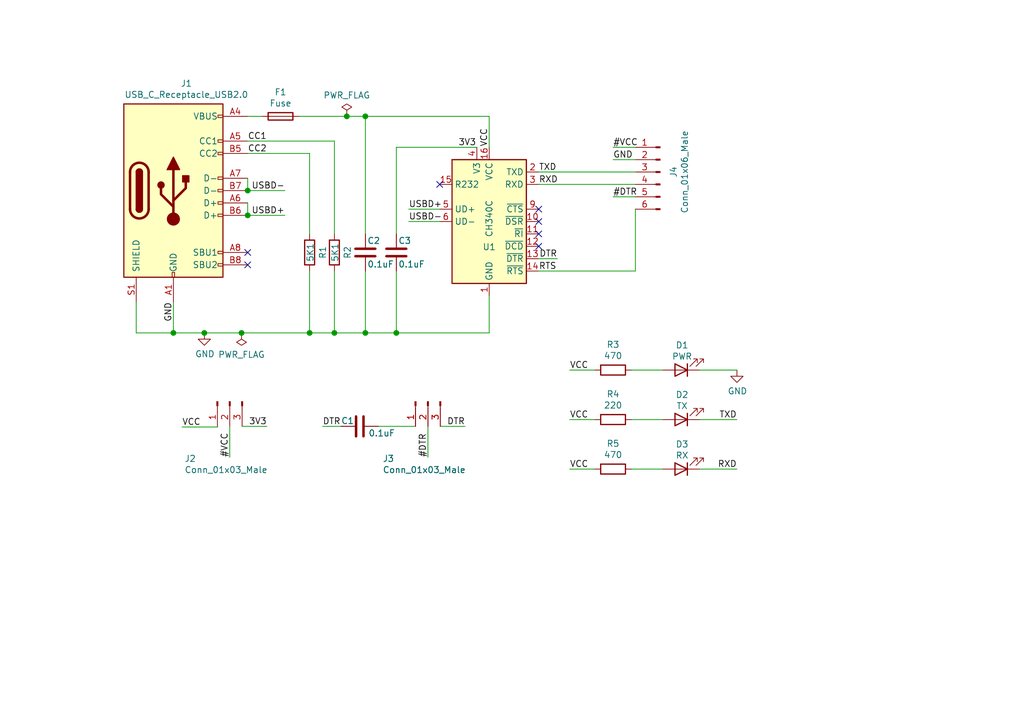
<source format=kicad_sch>
(kicad_sch (version 20201015) (generator eeschema)
  (paper "A5")
  (title_block (title "USB-TypeC USB2TTL CH340C") (date "2020-12-16") (rev "1.0") (company "JimmyTian"))
  (lib_symbols
    (symbol "Connector:Conn_01x03_Male" (pin_names (offset 1.016) hide)
      (property "Reference" "J" (at 0 5.08 0))
      (property "Value" "Conn_01x03_Male" (at 0 -5.08 0))
      (symbol "Conn_01x03_Male_1_1"
        (rectangle (start 0.8636 -2.413) (end 0 -2.667) (stroke (width 0.1524)) (fill (type outline)))
        (rectangle (start 0.8636 0.127) (end 0 -0.127) (stroke (width 0.1524)) (fill (type outline)))
        (rectangle (start 0.8636 2.667) (end 0 2.413) (stroke (width 0.1524)) (fill (type outline)))
        (polyline (pts (xy 1.27 -2.54) (xy 0.8636 -2.54)) (stroke (width 0.1524)))
        (polyline (pts (xy 1.27 0) (xy 0.8636 0)) (stroke (width 0.1524)))
        (polyline (pts (xy 1.27 2.54) (xy 0.8636 2.54)) (stroke (width 0.1524)))
        (pin passive line (at 5.08 2.54 180) (length 3.81) (name "Pin_1") (number "1"))
        (pin passive line (at 5.08 0 180) (length 3.81) (name "Pin_2") (number "2"))
        (pin passive line (at 5.08 -2.54 180) (length 3.81) (name "Pin_3") (number "3"))
      )
    )
    (symbol "Connector:Conn_01x06_Male" (pin_names (offset 1.016) hide)
      (property "Reference" "J" (at 0 7.62 0))
      (property "Value" "Conn_01x06_Male" (at 0 -10.16 0))
      (symbol "Conn_01x06_Male_1_1"
        (rectangle (start 0.8636 -7.493) (end 0 -7.747) (stroke (width 0.1524)) (fill (type outline)))
        (rectangle (start 0.8636 -4.953) (end 0 -5.207) (stroke (width 0.1524)) (fill (type outline)))
        (rectangle (start 0.8636 -2.413) (end 0 -2.667) (stroke (width 0.1524)) (fill (type outline)))
        (rectangle (start 0.8636 0.127) (end 0 -0.127) (stroke (width 0.1524)) (fill (type outline)))
        (rectangle (start 0.8636 2.667) (end 0 2.413) (stroke (width 0.1524)) (fill (type outline)))
        (rectangle (start 0.8636 5.207) (end 0 4.953) (stroke (width 0.1524)) (fill (type outline)))
        (polyline (pts (xy 1.27 -7.62) (xy 0.8636 -7.62)) (stroke (width 0.1524)))
        (polyline (pts (xy 1.27 -5.08) (xy 0.8636 -5.08)) (stroke (width 0.1524)))
        (polyline (pts (xy 1.27 -2.54) (xy 0.8636 -2.54)) (stroke (width 0.1524)))
        (polyline (pts (xy 1.27 0) (xy 0.8636 0)) (stroke (width 0.1524)))
        (polyline (pts (xy 1.27 2.54) (xy 0.8636 2.54)) (stroke (width 0.1524)))
        (polyline (pts (xy 1.27 5.08) (xy 0.8636 5.08)) (stroke (width 0.1524)))
        (pin passive line (at 5.08 5.08 180) (length 3.81) (name "Pin_1") (number "1"))
        (pin passive line (at 5.08 2.54 180) (length 3.81) (name "Pin_2") (number "2"))
        (pin passive line (at 5.08 0 180) (length 3.81) (name "Pin_3") (number "3"))
        (pin passive line (at 5.08 -2.54 180) (length 3.81) (name "Pin_4") (number "4"))
        (pin passive line (at 5.08 -5.08 180) (length 3.81) (name "Pin_5") (number "5"))
        (pin passive line (at 5.08 -7.62 180) (length 3.81) (name "Pin_6") (number "6"))
      )
    )
    (symbol "Connector:USB_C_Receptacle_USB2.0" (pin_names (offset 1.016))
      (property "Reference" "J" (at -10.16 19.05 0))
      (property "Value" "USB_C_Receptacle_USB2.0" (at 19.05 19.05 0))
      (symbol "USB_C_Receptacle_USB2.0_0_0"
        (rectangle (start -0.254 -17.78) (end 0.254 -16.764))
        (rectangle (start 10.16 -14.986) (end 9.144 -15.494))
        (rectangle (start 10.16 -12.446) (end 9.144 -12.954))
        (rectangle (start 10.16 -4.826) (end 9.144 -5.334))
        (rectangle (start 10.16 -2.286) (end 9.144 -2.794))
        (rectangle (start 10.16 0.254) (end 9.144 -0.254))
        (rectangle (start 10.16 2.794) (end 9.144 2.286))
        (rectangle (start 10.16 7.874) (end 9.144 7.366))
        (rectangle (start 10.16 10.414) (end 9.144 9.906))
        (rectangle (start 10.16 15.494) (end 9.144 14.986))
      )
      (symbol "USB_C_Receptacle_USB2.0_0_1"
        (arc (start -8.89 -3.81) (end -5.08 -3.81) (radius (at -6.985 -3.81) (length 1.905) (angles -179.9 -0.1)) (stroke (width 0.508)))
        (arc (start -7.62 -3.81) (end -6.35 -3.81) (radius (at -6.985 -3.81) (length 0.635) (angles -179.9 -0.1)) (stroke (width 0.254)))
        (arc (start -7.62 -3.81) (end -6.35 -3.81) (radius (at -6.985 -3.81) (length 0.635) (angles -179.9 -0.1)) (stroke (width 0.254)) (fill (type outline)))
        (arc (start -6.35 3.81) (end -7.62 3.81) (radius (at -6.985 3.81) (length 0.635) (angles 0.1 179.9)) (stroke (width 0.254)) (fill (type outline)))
        (arc (start -6.35 3.81) (end -7.62 3.81) (radius (at -6.985 3.81) (length 0.635) (angles 0.1 179.9)) (stroke (width 0.254)))
        (arc (start -5.08 3.81) (end -8.89 3.81) (radius (at -6.985 3.81) (length 1.905) (angles 0.1 179.9)) (stroke (width 0.508)))
        (circle (center -2.54 1.143) (radius 0.635) (stroke (width 0.254)) (fill (type outline)))
        (circle (center 0 -5.842) (radius 1.27) (fill (type outline)))
        (rectangle (start -10.16 17.78) (end 10.16 -17.78) (stroke (width 0.254)) (fill (type background)))
        (rectangle (start -7.62 -3.81) (end -6.35 3.81) (stroke (width 0.254)) (fill (type outline)))
        (rectangle (start 1.905 1.778) (end 3.175 3.048) (stroke (width 0.254)) (fill (type outline)))
        (polyline (pts (xy -8.89 -3.81) (xy -8.89 3.81)) (stroke (width 0.508)))
        (polyline (pts (xy -5.08 3.81) (xy -5.08 -3.81)) (stroke (width 0.508)))
        (polyline (pts (xy 0 -5.842) (xy 0 4.318)) (stroke (width 0.508)))
        (polyline (pts (xy 0 -3.302) (xy -2.54 -0.762) (xy -2.54 0.508)) (stroke (width 0.508)))
        (polyline (pts (xy 0 -2.032) (xy 2.54 0.508) (xy 2.54 1.778)) (stroke (width 0.508)))
        (polyline (pts (xy -1.27 4.318) (xy 0 6.858) (xy 1.27 4.318) (xy -1.27 4.318)) (stroke (width 0.254)) (fill (type outline)))
      )
      (symbol "USB_C_Receptacle_USB2.0_1_1"
        (pin passive line (at 0 -22.86 90) (length 5.08) (name "GND") (number "A1"))
        (pin passive line (at 0 -22.86 90) (length 5.08) hide (name "GND") (number "A12"))
        (pin passive line (at 15.24 15.24 180) (length 5.08) (name "VBUS") (number "A4"))
        (pin bidirectional line (at 15.24 10.16 180) (length 5.08) (name "CC1") (number "A5"))
        (pin bidirectional line (at 15.24 -2.54 180) (length 5.08) (name "D+") (number "A6"))
        (pin bidirectional line (at 15.24 2.54 180) (length 5.08) (name "D-") (number "A7"))
        (pin bidirectional line (at 15.24 -12.7 180) (length 5.08) (name "SBU1") (number "A8"))
        (pin passive line (at 15.24 15.24 180) (length 5.08) hide (name "VBUS") (number "A9"))
        (pin passive line (at 0 -22.86 90) (length 5.08) hide (name "GND") (number "B1"))
        (pin passive line (at 0 -22.86 90) (length 5.08) hide (name "GND") (number "B12"))
        (pin passive line (at 15.24 15.24 180) (length 5.08) hide (name "VBUS") (number "B4"))
        (pin bidirectional line (at 15.24 7.62 180) (length 5.08) (name "CC2") (number "B5"))
        (pin bidirectional line (at 15.24 -5.08 180) (length 5.08) (name "D+") (number "B6"))
        (pin bidirectional line (at 15.24 0 180) (length 5.08) (name "D-") (number "B7"))
        (pin bidirectional line (at 15.24 -15.24 180) (length 5.08) (name "SBU2") (number "B8"))
        (pin passive line (at 15.24 15.24 180) (length 5.08) hide (name "VBUS") (number "B9"))
        (pin passive line (at -7.62 -22.86 90) (length 5.08) (name "SHIELD") (number "S1"))
      )
    )
    (symbol "Device:C" (pin_numbers hide) (pin_names (offset 0.254))
      (property "Reference" "C" (at 0.635 2.54 0))
      (property "Value" "C" (at 0.635 -2.54 0))
      (symbol "C_0_1"
        (polyline (pts (xy -2.032 -0.762) (xy 2.032 -0.762)) (stroke (width 0.508)))
        (polyline (pts (xy -2.032 0.762) (xy 2.032 0.762)) (stroke (width 0.508)))
      )
      (symbol "C_1_1"
        (pin passive line (at 0 3.81 270) (length 2.794) (name "~") (number "1"))
        (pin passive line (at 0 -3.81 90) (length 2.794) (name "~") (number "2"))
      )
    )
    (symbol "Device:Fuse" (pin_numbers hide) (pin_names (offset 0))
      (property "Reference" "F" (at 2.032 0 90))
      (property "Value" "Fuse" (at -1.905 0 90))
      (symbol "Fuse_0_1"
        (rectangle (start -0.762 -2.54) (end 0.762 2.54) (stroke (width 0.254)))
        (polyline (pts (xy 0 2.54) (xy 0 -2.54)))
      )
      (symbol "Fuse_1_1"
        (pin passive line (at 0 3.81 270) (length 1.27) (name "~") (number "1"))
        (pin passive line (at 0 -3.81 90) (length 1.27) (name "~") (number "2"))
      )
    )
    (symbol "Device:LED" (pin_numbers hide) (pin_names (offset 1.016) hide)
      (property "Reference" "D" (at 0 2.54 0))
      (property "Value" "LED" (at 0 -2.54 0))
      (symbol "LED_0_1"
        (polyline (pts (xy -1.27 -1.27) (xy -1.27 1.27)) (stroke (width 0.254)))
        (polyline (pts (xy -1.27 0) (xy 1.27 0)))
        (polyline (pts (xy 1.27 -1.27) (xy 1.27 1.27) (xy -1.27 0) (xy 1.27 -1.27)) (stroke (width 0.254)))
        (polyline (pts (xy -3.048 -0.762) (xy -4.572 -2.286) (xy -3.81 -2.286) (xy -4.572 -2.286) (xy -4.572 -1.524)))
        (polyline (pts (xy -1.778 -0.762) (xy -3.302 -2.286) (xy -2.54 -2.286) (xy -3.302 -2.286) (xy -3.302 -1.524)))
      )
      (symbol "LED_1_1"
        (pin passive line (at -3.81 0 0) (length 2.54) (name "K") (number "1"))
        (pin passive line (at 3.81 0 180) (length 2.54) (name "A") (number "2"))
      )
    )
    (symbol "Device:R" (pin_numbers hide) (pin_names (offset 0))
      (property "Reference" "R" (at 2.032 0 90))
      (property "Value" "R" (at 0 0 90))
      (symbol "R_0_1"
        (rectangle (start -1.016 -2.54) (end 1.016 2.54) (stroke (width 0.254)))
      )
      (symbol "R_1_1"
        (pin passive line (at 0 3.81 270) (length 1.27) (name "~") (number "1"))
        (pin passive line (at 0 -3.81 90) (length 1.27) (name "~") (number "2"))
      )
    )
    (symbol "Interface_USB:CH340C"
      (property "Reference" "U" (at -5.08 13.97 0))
      (property "Value" "CH340C" (at 1.27 13.97 0))
      (symbol "CH340C_0_1"
        (rectangle (start -7.62 12.7) (end 7.62 -12.7) (stroke (width 0.254)) (fill (type background)))
      )
      (symbol "CH340C_1_1"
        (pin power_in line (at 0 -15.24 90) (length 2.54) (name "GND") (number "1"))
        (pin input line (at 10.16 0 180) (length 2.54) (name "~DSR") (number "10"))
        (pin input line (at 10.16 -2.54 180) (length 2.54) (name "~RI") (number "11"))
        (pin input line (at 10.16 -5.08 180) (length 2.54) (name "~DCD") (number "12"))
        (pin output line (at 10.16 -7.62 180) (length 2.54) (name "~DTR") (number "13"))
        (pin output line (at 10.16 -10.16 180) (length 2.54) (name "~RTS") (number "14"))
        (pin input line (at -10.16 7.62 0) (length 2.54) (name "R232") (number "15"))
        (pin power_in line (at 0 15.24 270) (length 2.54) (name "VCC") (number "16"))
        (pin output line (at 10.16 10.16 180) (length 2.54) (name "TXD") (number "2"))
        (pin input line (at 10.16 7.62 180) (length 2.54) (name "RXD") (number "3"))
        (pin passive line (at -2.54 15.24 270) (length 2.54) (name "V3") (number "4"))
        (pin bidirectional line (at -10.16 2.54 0) (length 2.54) (name "UD+") (number "5"))
        (pin bidirectional line (at -10.16 0 0) (length 2.54) (name "UD-") (number "6"))
        (pin unconnected line (at -7.62 -7.62 0) (length 2.54) hide (name "NC") (number "7"))
        (pin unconnected line (at -7.62 -10.16 0) (length 2.54) hide (name "NC") (number "8"))
        (pin input line (at 10.16 2.54 180) (length 2.54) (name "~CTS") (number "9"))
      )
    )
    (symbol "power:GND" (power) (pin_names (offset 0))
      (property "Value" "GND" (at 0 -3.81 0))
      (symbol "GND_0_1"
        (polyline (pts (xy 0 0) (xy 0 -1.27) (xy 1.27 -1.27) (xy 0 -2.54) (xy -1.27 -1.27) (xy 0 -1.27)))
      )
      (symbol "GND_1_1"
        (pin power_in line (at 0 0 270) (length 0) hide (name "GND") (number "1"))
      )
    )
    (symbol "power:PWR_FLAG" (power) (pin_numbers hide) (pin_names (offset 0) hide)
      (property "Value" "PWR_FLAG" (at 0 3.81 0))
      (symbol "PWR_FLAG_0_0"
        (pin power_out line (at 0 0 90) (length 0) (name "pwr") (number "1"))
      )
      (symbol "PWR_FLAG_0_1"
        (polyline (pts (xy 0 0) (xy 0 1.27) (xy -1.016 1.905) (xy 0 2.54) (xy 1.016 1.905) (xy 0 1.27)))
      )
    )
  )
  (junction (at 35.56 68.326) (diameter 1.016))
  (junction (at 41.91 68.326) (diameter 1.016))
  (junction (at 49.53 68.326) (diameter 1.016))
  (junction (at 50.8 39.116) (diameter 1.016))
  (junction (at 50.8 44.196) (diameter 1.016))
  (junction (at 63.5 68.326) (diameter 1.016))
  (junction (at 68.58 68.326) (diameter 1.016))
  (junction (at 71.12 23.876) (diameter 1.016))
  (junction (at 74.93 23.876) (diameter 1.016))
  (junction (at 74.93 68.326) (diameter 1.016))
  (junction (at 81.28 68.326) (diameter 1.016))
  (no_connect (at 110.49 50.546))
  (no_connect (at 90.17 37.846))
  (no_connect (at 110.49 48.006))
  (no_connect (at 110.49 45.466))
  (no_connect (at 110.49 42.926))
  (no_connect (at 50.8 51.816))
  (no_connect (at 50.8 54.356))
  (wire (pts (xy 27.94 61.976) (xy 27.94 68.326)))
  (wire (pts (xy 35.56 61.976) (xy 35.56 68.326)))
  (wire (pts (xy 35.56 68.326) (xy 27.94 68.326)))
  (wire (pts (xy 37.338 87.63) (xy 44.6024 87.63)))
  (wire (pts (xy 41.91 68.326) (xy 35.56 68.326)))
  (wire (pts (xy 44.6024 87.5284) (xy 44.577 87.503)))
  (wire (pts (xy 44.6024 87.63) (xy 44.6024 87.5284)))
  (wire (pts (xy 47.117 87.503) (xy 47.117 93.853)))
  (wire (pts (xy 49.53 68.326) (xy 41.91 68.326)))
  (wire (pts (xy 49.53 68.326) (xy 63.5 68.326)))
  (wire (pts (xy 49.657 87.503) (xy 54.737 87.503)))
  (wire (pts (xy 50.8 23.876) (xy 53.721 23.876)))
  (wire (pts (xy 50.8 28.956) (xy 68.58 28.956)))
  (wire (pts (xy 50.8 31.496) (xy 63.5 31.496)))
  (wire (pts (xy 50.8 36.576) (xy 50.8 39.116)))
  (wire (pts (xy 50.8 39.116) (xy 58.42 39.116)))
  (wire (pts (xy 50.8 41.656) (xy 50.8 44.196)))
  (wire (pts (xy 50.8 44.196) (xy 58.42 44.196)))
  (wire (pts (xy 61.341 23.876) (xy 71.12 23.876)))
  (wire (pts (xy 63.5 31.496) (xy 63.5 48.006)))
  (wire (pts (xy 63.5 55.626) (xy 63.5 68.326)))
  (wire (pts (xy 63.5 68.326) (xy 68.58 68.326)))
  (wire (pts (xy 66.167 87.503) (xy 69.977 87.503)))
  (wire (pts (xy 68.58 28.956) (xy 68.58 48.006)))
  (wire (pts (xy 68.58 55.626) (xy 68.58 68.326)))
  (wire (pts (xy 68.58 68.326) (xy 74.93 68.326)))
  (wire (pts (xy 71.12 23.876) (xy 74.93 23.876)))
  (wire (pts (xy 74.93 23.876) (xy 74.93 48.006)))
  (wire (pts (xy 74.93 23.876) (xy 100.33 23.876)))
  (wire (pts (xy 74.93 55.626) (xy 74.93 68.326)))
  (wire (pts (xy 74.93 68.326) (xy 81.28 68.326)))
  (wire (pts (xy 77.597 87.503) (xy 85.217 87.503)))
  (wire (pts (xy 81.28 30.226) (xy 97.79 30.226)))
  (wire (pts (xy 81.28 48.006) (xy 81.28 30.226)))
  (wire (pts (xy 81.28 55.626) (xy 81.28 68.326)))
  (wire (pts (xy 81.28 68.326) (xy 100.33 68.326)))
  (wire (pts (xy 83.82 42.926) (xy 90.17 42.926)))
  (wire (pts (xy 83.82 45.466) (xy 90.17 45.466)))
  (wire (pts (xy 87.757 87.503) (xy 87.757 93.853)))
  (wire (pts (xy 90.297 87.503) (xy 95.377 87.503)))
  (wire (pts (xy 100.33 23.876) (xy 100.33 30.226)))
  (wire (pts (xy 100.33 68.326) (xy 100.33 60.706)))
  (wire (pts (xy 110.49 35.306) (xy 130.302 35.306)))
  (wire (pts (xy 110.49 37.846) (xy 130.302 37.846)))
  (wire (pts (xy 110.49 53.086) (xy 114.3 53.086)))
  (wire (pts (xy 110.49 55.626) (xy 130.302 55.626)))
  (wire (pts (xy 116.84 75.946) (xy 121.92 75.946)))
  (wire (pts (xy 116.84 86.106) (xy 121.92 86.106)))
  (wire (pts (xy 116.84 96.266) (xy 121.92 96.266)))
  (wire (pts (xy 125.73 30.226) (xy 130.302 30.226)))
  (wire (pts (xy 125.73 32.766) (xy 130.302 32.766)))
  (wire (pts (xy 125.73 40.386) (xy 130.302 40.386)))
  (wire (pts (xy 129.54 75.946) (xy 135.89 75.946)))
  (wire (pts (xy 129.54 86.106) (xy 135.89 86.106)))
  (wire (pts (xy 129.54 96.266) (xy 135.89 96.266)))
  (wire (pts (xy 130.302 55.626) (xy 130.302 42.926)))
  (wire (pts (xy 143.51 75.946) (xy 151.13 75.946)))
  (wire (pts (xy 143.51 86.106) (xy 151.13 86.106)))
  (wire (pts (xy 143.51 96.266) (xy 151.13 96.266)))
  (label "GND" (at 35.56 61.976 270))
  (label "VCC" (at 37.338 87.63 0))
  (label "#VCC" (at 47.117 93.853 90))
  (label "CC1" (at 50.8 28.956 0))
  (label "CC2" (at 50.8 31.496 0))
  (label "3V3" (at 54.737 87.503 180))
  (label "USBD-" (at 58.42 39.116 180))
  (label "USBD+" (at 58.42 44.196 180))
  (label "DTR" (at 66.167 87.503 0))
  (label "USBD+" (at 83.82 42.926 0))
  (label "USBD-" (at 83.82 45.466 0))
  (label "#DTR" (at 87.757 93.853 90))
  (label "3V3" (at 93.98 30.226 0))
  (label "DTR" (at 95.377 87.503 180))
  (label "VCC" (at 100.33 30.099 90))
  (label "TXD" (at 110.49 35.306 0))
  (label "RXD" (at 110.49 37.846 0))
  (label "RTS" (at 110.49 55.626 0))
  (label "DTR" (at 114.3 53.086 180))
  (label "VCC" (at 116.84 75.946 0))
  (label "VCC" (at 116.84 86.106 0))
  (label "VCC" (at 116.84 96.266 0))
  (label "#VCC" (at 125.73 30.226 0))
  (label "GND" (at 125.73 32.766 0))
  (label "#DTR" (at 125.73 40.386 0))
  (label "TXD" (at 151.13 86.106 180))
  (label "RXD" (at 151.13 96.266 180))
  (symbol (lib_id "power:PWR_FLAG") (at 49.53 68.326 180) (unit 1)
    (property "Reference" "#FLG01" (effects hide))
    (property "Value" "PWR_FLAG" (at 49.53 72.7774 0))
  )
  (symbol (lib_id "power:PWR_FLAG") (at 71.12 23.876 0) (unit 1)
    (property "Reference" "#FLG02" (effects hide))
    (property "Value" "PWR_FLAG" (at 71.12 19.5516 0))
  )
  (symbol (lib_id "power:GND") (at 41.91 68.326 0) (unit 1)
    (property "Reference" "#PWR01" (effects hide))
    (property "Value" "GND" (at 42.0243 72.6504 0))
  )
  (symbol (lib_id "power:GND") (at 151.13 75.946 0) (unit 1)
    (property "Reference" "#PWR03" (effects hide))
    (property "Value" "GND" (at 151.2443 80.2704 0))
  )
  (symbol (lib_id "Device:Fuse") (at 57.531 23.876 90) (unit 1)
    (property "Reference" "F1" (at 57.531 18.9038 90))
    (property "Value" "Fuse" (at 57.531 21.2025 90))
    (property "Footprint" "Fuse:Fuse_0805_2012Metric" (effects hide))
  )
  (symbol (lib_id "Device:R") (at 63.5 51.816 180) (unit 1)
    (property "Reference" "R1" (at 66.1862 51.816 90))
    (property "Value" "5K1" (at 63.633 51.816 90))
    (property "Footprint" "Resistor_SMD:R_0805_2012Metric" (effects hide))
  )
  (symbol (lib_id "Device:R") (at 68.58 51.816 180) (unit 1)
    (property "Reference" "R2" (at 71.2662 51.816 90))
    (property "Value" "5K1" (at 68.713 51.816 90))
    (property "Footprint" "Resistor_SMD:R_0805_2012Metric" (effects hide))
  )
  (symbol (lib_id "Device:R") (at 125.73 75.946 270) (unit 1)
    (property "Reference" "R3" (at 125.73 70.7198 90))
    (property "Value" "470" (at 125.73 73.019 90))
    (property "Footprint" "Resistor_SMD:R_0805_2012Metric" (effects hide))
  )
  (symbol (lib_id "Device:R") (at 125.73 86.106 270) (unit 1)
    (property "Reference" "R4" (at 125.73 80.8798 90))
    (property "Value" "220" (at 125.73 83.179 90))
    (property "Footprint" "Resistor_SMD:R_0805_2012Metric" (effects hide))
  )
  (symbol (lib_id "Device:R") (at 125.73 96.266 270) (unit 1)
    (property "Reference" "R5" (at 125.73 91.0398 90))
    (property "Value" "470" (at 125.73 93.339 90))
    (property "Footprint" "Resistor_SMD:R_0805_2012Metric" (effects hide))
  )
  (symbol (lib_id "Device:LED") (at 139.7 75.946 180) (unit 1)
    (property "Reference" "D1" (at 139.8905 70.8468 0))
    (property "Value" "PWR" (at 139.89 73.146 0))
    (property "Footprint" "LED_SMD:LED_0805_2012Metric" (effects hide))
  )
  (symbol (lib_id "Device:LED") (at 139.7 86.106 180) (unit 1)
    (property "Reference" "D2" (at 139.8905 81.0068 0))
    (property "Value" "TX" (at 139.89 83.305 0))
    (property "Footprint" "LED_SMD:LED_0805_2012Metric" (effects hide))
  )
  (symbol (lib_id "Device:LED") (at 139.7 96.266 180) (unit 1)
    (property "Reference" "D3" (at 139.8905 91.1668 0))
    (property "Value" "RX" (at 139.89 93.466 0))
    (property "Footprint" "LED_SMD:LED_0805_2012Metric" (effects hide))
  )
  (symbol (lib_id "Device:C") (at 73.787 87.503 90) (unit 1)
    (property "Reference" "C1" (at 72.638 86.36 90) (effects (justify left)))
    (property "Value" "0.1uF" (at 81.032 88.9 90) (effects (justify left)))
    (property "Footprint" "Capacitor_SMD:C_0805_2012Metric" (effects hide))
  )
  (symbol (lib_id "Device:C") (at 74.93 51.816 0) (unit 1)
    (property "Reference" "C2" (at 75.311 49.397 0) (effects (justify left)))
    (property "Value" "0.1uF" (at 75.311 54.235 0) (effects (justify left)))
    (property "Footprint" "Capacitor_SMD:C_0805_2012Metric" (effects hide))
  )
  (symbol (lib_id "Device:C") (at 81.28 51.816 0) (unit 1)
    (property "Reference" "C3" (at 81.661 49.397 0) (effects (justify left)))
    (property "Value" "0.1uF" (at 81.661 54.235 0) (effects (justify left)))
    (property "Footprint" "Capacitor_SMD:C_0805_2012Metric" (effects hide))
  )
  (symbol (lib_id "Connector:Conn_01x03_Male") (at 47.117 82.423 90) (mirror x) (unit 1)
    (property "Reference" "J2" (at 37.821 94.126 90) (effects (justify right)))
    (property "Value" "Conn_01x03_Male" (at 37.8207 96.4247 90) (effects (justify right)))
    (property "Footprint" "Connector_PinHeader_2.54mm:PinHeader_1x03_P2.54mm_Vertical" (effects hide))
  )
  (symbol (lib_id "Connector:Conn_01x03_Male") (at 87.757 82.423 90) (mirror x) (unit 1)
    (property "Reference" "J3" (at 78.461 94.126 90) (effects (justify right)))
    (property "Value" "Conn_01x03_Male" (at 78.4607 96.4247 90) (effects (justify right)))
    (property "Footprint" "Connector_PinHeader_2.54mm:PinHeader_1x03_P2.54mm_Vertical" (effects hide))
  )
  (symbol (lib_id "Connector:Conn_01x06_Male") (at 135.382 35.306 0) (mirror y) (unit 1)
    (property "Reference" "J4" (at 138.125 34.08 90) (effects (justify right)))
    (property "Value" "Conn_01x06_Male" (at 140.4113 26.7271 90) (effects (justify right)))
    (property "Footprint" "Connector_PinHeader_2.54mm:PinHeader_1x06_P2.54mm_Horizontal" (effects hide))
  )
  (symbol (lib_id "Interface_USB:CH340C") (at 100.33 45.466 0) (unit 1)
    (property "Reference" "U1" (at 100.33 50.6794 0))
    (property "Value" "CH340C" (at 100.33 44.8501 90))
    (property "Footprint" "Package_SO:SOIC-16_3.9x9.9mm_P1.27mm" (effects hide))
    (property "Datasheet" "https://datasheet.lcsc.com/szlcsc/Jiangsu-Qin-Heng-CH340C_C84681.pdf" (effects hide))
  )
  (symbol (lib_id "Connector:USB_C_Receptacle_USB2.0") (at 35.56 39.116 0) (unit 1)
    (property "Reference" "J1" (at 38.227 17.1258 0))
    (property "Value" "USB_C_Receptacle_USB2.0" (at 38.227 19.4245 0))
    (property "Footprint" "Connector_USB:USB_C_Receptacle_HRO_TYPE-C-31-M-12" (effects hide))
    (property "Datasheet" "https://www.usb.org/sites/default/files/documents/usb_type-c.zip" (effects hide))
  )
)
</source>
